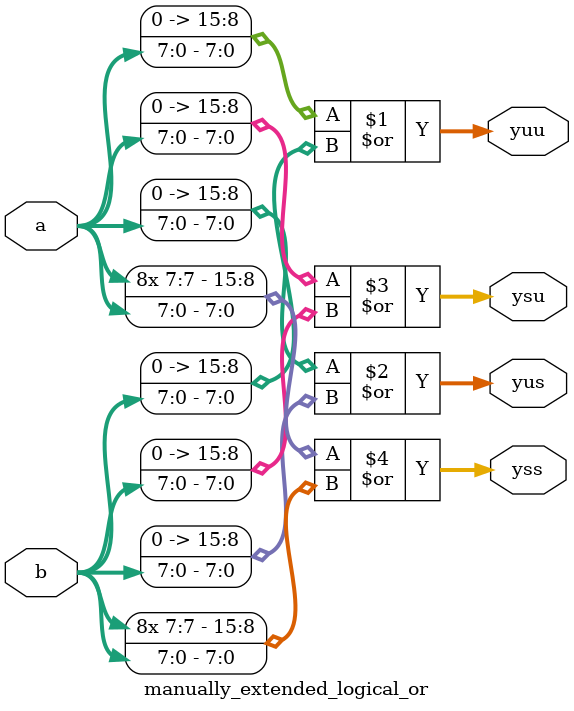
<source format=v>
module manually_extended_logical_or(a, b, yuu, yus, ysu, yss);
input   [7:0] a, b;
output [15:0] yuu, yus, ysu, yss;
assign yuu = {{8{1'b0}}, a} | {{8{1'b0}}, b};
assign yus = {{8{1'b0}}, a} | {{8{1'b0}}, b};
assign ysu = {{8{1'b0}}, a} | {{8{1'b0}}, b};
assign yss = {{8{a[7]}}, a} | {{8{b[7]}}, b};
endmodule
</source>
